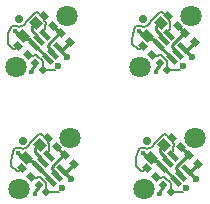
<source format=gtl>
G04*
G04 #@! TF.GenerationSoftware,Altium Limited,Altium Designer,21.8.1 (53)*
G04*
G04 Layer_Physical_Order=1*
G04 Layer_Color=255*
%FSLAX25Y25*%
%MOIN*%
G70*
G04*
G04 #@! TF.SameCoordinates,7148B44F-C07B-4FA7-92CD-32C68B6CDD5B*
G04*
G04*
G04 #@! TF.FilePolarity,Positive*
G04*
G01*
G75*
G04:AMPARAMS|DCode=12|XSize=39.37mil|YSize=15.75mil|CornerRadius=0mil|HoleSize=0mil|Usage=FLASHONLY|Rotation=135.000|XOffset=0mil|YOffset=0mil|HoleType=Round|Shape=Rectangle|*
%AMROTATEDRECTD12*
4,1,4,0.01949,-0.00835,0.00835,-0.01949,-0.01949,0.00835,-0.00835,0.01949,0.01949,-0.00835,0.0*
%
%ADD12ROTATEDRECTD12*%

G04:AMPARAMS|DCode=13|XSize=35.43mil|YSize=31.5mil|CornerRadius=0mil|HoleSize=0mil|Usage=FLASHONLY|Rotation=135.000|XOffset=0mil|YOffset=0mil|HoleType=Round|Shape=Rectangle|*
%AMROTATEDRECTD13*
4,1,4,0.02366,-0.00139,0.00139,-0.02366,-0.02366,0.00139,-0.00139,0.02366,0.02366,-0.00139,0.0*
%
%ADD13ROTATEDRECTD13*%

G04:AMPARAMS|DCode=14|XSize=23.62mil|YSize=19.68mil|CornerRadius=0mil|HoleSize=0mil|Usage=FLASHONLY|Rotation=135.000|XOffset=0mil|YOffset=0mil|HoleType=Round|Shape=Rectangle|*
%AMROTATEDRECTD14*
4,1,4,0.01531,-0.00139,0.00139,-0.01531,-0.01531,0.00139,-0.00139,0.01531,0.01531,-0.00139,0.0*
%
%ADD14ROTATEDRECTD14*%

G04:AMPARAMS|DCode=15|XSize=21.65mil|YSize=21.26mil|CornerRadius=0mil|HoleSize=0mil|Usage=FLASHONLY|Rotation=135.000|XOffset=0mil|YOffset=0mil|HoleType=Round|Shape=Rectangle|*
%AMROTATEDRECTD15*
4,1,4,0.01517,-0.00014,0.00014,-0.01517,-0.01517,0.00014,-0.00014,0.01517,0.01517,-0.00014,0.0*
%
%ADD15ROTATEDRECTD15*%

%ADD23C,0.00591*%
%ADD24C,0.01000*%
%ADD25C,0.07087*%
%ADD26C,0.02756*%
%ADD27C,0.02362*%
%ADD28C,0.01575*%
D12*
X801019Y111824D02*
D03*
X802829Y113633D02*
D03*
X804638Y115443D02*
D03*
X800078Y120003D02*
D03*
X798269Y118193D02*
D03*
X796459Y116384D02*
D03*
X802237Y71170D02*
D03*
X804047Y72979D02*
D03*
X805857Y74789D02*
D03*
X801297Y79349D02*
D03*
X799487Y77539D02*
D03*
X797678Y75730D02*
D03*
X760737Y71170D02*
D03*
X762547Y72979D02*
D03*
X764357Y74789D02*
D03*
X759796Y79349D02*
D03*
X757987Y77539D02*
D03*
X756178Y75730D02*
D03*
X754959Y116384D02*
D03*
X756769Y118193D02*
D03*
X758578Y120003D02*
D03*
X763138Y115443D02*
D03*
X761329Y113633D02*
D03*
X759519Y111824D02*
D03*
D13*
X797156Y123934D02*
D03*
X792702Y119480D02*
D03*
X798374Y83280D02*
D03*
X793920Y78826D02*
D03*
X756874Y83280D02*
D03*
X752420Y78826D02*
D03*
X751202Y119480D02*
D03*
X755656Y123934D02*
D03*
D14*
X805419Y120410D02*
D03*
X808481Y117348D02*
D03*
X802824Y123004D02*
D03*
X799762Y126067D02*
D03*
X791273Y116167D02*
D03*
X794335Y113105D02*
D03*
X792491Y75513D02*
D03*
X795553Y72451D02*
D03*
X804042Y82350D02*
D03*
X800980Y85413D02*
D03*
X806637Y79756D02*
D03*
X809699Y76693D02*
D03*
X765137Y79756D02*
D03*
X768199Y76693D02*
D03*
X762542Y82350D02*
D03*
X759480Y85413D02*
D03*
X750991Y75513D02*
D03*
X754053Y72451D02*
D03*
X758262Y126067D02*
D03*
X761324Y123004D02*
D03*
X752835Y113105D02*
D03*
X749773Y116167D02*
D03*
X766981Y117348D02*
D03*
X763919Y120410D02*
D03*
D15*
X799364Y108080D02*
D03*
X796858Y110585D02*
D03*
X800582Y67426D02*
D03*
X798076Y69931D02*
D03*
X759082Y67426D02*
D03*
X756576Y69931D02*
D03*
X755358Y110585D02*
D03*
X757864Y108080D02*
D03*
D23*
X790425Y122768D02*
G03*
X793978Y124626I968J2475D01*
G01*
X791643Y82114D02*
G03*
X795196Y83972I968J2475D01*
G01*
X750143Y82114D02*
G03*
X753696Y83972I968J2475D01*
G01*
X748925Y122768D02*
G03*
X752478Y124626I968J2475D01*
G01*
X799922Y108317D02*
X803482D01*
X799762Y126067D02*
X799901Y125927D01*
X797557Y127654D02*
X799145Y126067D01*
X799762D01*
X800169Y123317D02*
X800318Y123466D01*
X799578Y120503D02*
X799628Y120453D01*
X800169Y121789D02*
Y123317D01*
X799578Y121199D02*
X800169Y121789D01*
X800318Y123466D02*
Y124124D01*
X799901Y124541D02*
Y125927D01*
Y124541D02*
X800318Y124124D01*
X799578Y120503D02*
Y121199D01*
X789541Y115074D02*
X790179D01*
X790920Y115814D01*
X796159Y112966D02*
X796296Y113103D01*
X794474Y112966D02*
X796159D01*
X794335Y113105D02*
X794474Y112966D01*
X797259Y113103D02*
X797448Y112913D01*
X796296Y113103D02*
X797259D01*
X797448Y112913D02*
X799350Y111011D01*
Y108890D02*
Y111011D01*
Y108890D02*
X799922Y108317D01*
X787696Y118547D02*
X787886Y119992D01*
X787696Y117089D02*
Y118547D01*
Y117089D02*
X787722Y116894D01*
X789541Y115074D01*
X791099Y115994D02*
X791273Y116167D01*
X790920Y115814D02*
X791099Y115994D01*
X797006Y127654D02*
X797557D01*
X787886Y119992D02*
X788264Y121401D01*
X788360Y121633D01*
X793978Y124626D02*
X797006Y127654D01*
X788679Y122403D02*
X788724Y122512D01*
X788360Y121633D02*
X788679Y122403D01*
X788724Y122512D02*
X788980Y122768D01*
X790425D01*
X797514Y72449D02*
X798477D01*
X798666Y72259D01*
X797377Y72312D02*
X797514Y72449D01*
X795692Y72312D02*
X797377D01*
X795553Y72451D02*
X795692Y72312D01*
X801119Y83887D02*
Y85273D01*
X800363Y85413D02*
X800980D01*
X795196Y83972D02*
X798224Y87000D01*
X800980Y85413D02*
X801119Y85273D01*
X798776Y87000D02*
X800363Y85413D01*
X790198Y82114D02*
X791643D01*
X789942Y81858D02*
X790198Y82114D01*
X789482Y80747D02*
X789578Y80979D01*
X788914Y77893D02*
X789104Y79338D01*
X789897Y81749D02*
X789942Y81858D01*
X789578Y80979D02*
X789897Y81749D01*
X789104Y79338D02*
X789482Y80747D01*
X801387Y82663D02*
X801536Y82811D01*
X801387Y81135D02*
Y82663D01*
X801119Y83887D02*
X801536Y83470D01*
Y82811D02*
Y83470D01*
X788940Y76240D02*
X790759Y74420D01*
X792138Y75160D02*
X792317Y75340D01*
X792491Y75513D01*
X788914Y76435D02*
X788940Y76240D01*
X788914Y76435D02*
Y77893D01*
X791397Y74420D02*
X792138Y75160D01*
X790759Y74420D02*
X791397D01*
X800796Y79849D02*
X800846Y79799D01*
X800796Y79849D02*
Y80545D01*
X801387Y81135D01*
X798224Y87000D02*
X798776D01*
X798666Y72259D02*
X800568Y70357D01*
Y68236D02*
Y70357D01*
Y68236D02*
X801140Y67663D01*
X804700D01*
X759640D02*
X763200D01*
X759068Y68236D02*
X759640Y67663D01*
X759068Y68236D02*
Y70357D01*
X757166Y72259D02*
X759068Y70357D01*
X756724Y87000D02*
X757276D01*
X759296Y80545D02*
X759887Y81135D01*
X759296Y79849D02*
Y80545D01*
Y79849D02*
X759346Y79799D01*
X749259Y74420D02*
X749897D01*
X750638Y75160D01*
X747414Y76435D02*
Y77893D01*
Y76435D02*
X747440Y76240D01*
X750817Y75340D02*
X750991Y75513D01*
X750638Y75160D02*
X750817Y75340D01*
X747440Y76240D02*
X749259Y74420D01*
X760036Y82811D02*
Y83470D01*
X759619Y83887D02*
X760036Y83470D01*
X759887Y81135D02*
Y82663D01*
X760036Y82811D01*
X747604Y79338D02*
X747982Y80747D01*
X748078Y80979D02*
X748397Y81749D01*
X748442Y81858D01*
X747414Y77893D02*
X747604Y79338D01*
X747982Y80747D02*
X748078Y80979D01*
X748442Y81858D02*
X748698Y82114D01*
X750143D01*
X757276Y87000D02*
X758863Y85413D01*
X759480D02*
X759619Y85273D01*
X753696Y83972D02*
X756724Y87000D01*
X758863Y85413D02*
X759480D01*
X759619Y83887D02*
Y85273D01*
X754053Y72451D02*
X754192Y72312D01*
X755877D01*
X756014Y72449D01*
X756977D02*
X757166Y72259D01*
X756014Y72449D02*
X756977D01*
X747480Y122768D02*
X748925D01*
X747224Y122512D02*
X747480Y122768D01*
X746860Y121633D02*
X747179Y122403D01*
X747224Y122512D01*
X752478Y124626D02*
X755506Y127654D01*
X746764Y121401D02*
X746860Y121633D01*
X746386Y119992D02*
X746764Y121401D01*
X755506Y127654D02*
X756058D01*
X749420Y115814D02*
X749599Y115994D01*
X749773Y116167D01*
X746222Y116894D02*
X748041Y115074D01*
X746196Y117089D02*
X746222Y116894D01*
X746196Y117089D02*
Y118547D01*
X746386Y119992D01*
X757850Y108890D02*
X758422Y108317D01*
X757850Y108890D02*
Y111011D01*
X755948Y112913D02*
X757850Y111011D01*
X754796Y113103D02*
X755758D01*
X755948Y112913D01*
X752835Y113105D02*
X752974Y112966D01*
X754659D01*
X754796Y113103D01*
X748679Y115074D02*
X749420Y115814D01*
X748041Y115074D02*
X748679D01*
X758078Y120503D02*
Y121199D01*
X758401Y124541D02*
X758818Y124124D01*
X758401Y124541D02*
Y125927D01*
X758818Y123466D02*
Y124124D01*
X758078Y121199D02*
X758669Y121789D01*
Y123317D01*
X758078Y120503D02*
X758128Y120453D01*
X758669Y123317D02*
X758818Y123466D01*
X757645Y126067D02*
X758262D01*
X756058Y127654D02*
X757645Y126067D01*
X758262D02*
X758401Y125927D01*
X758422Y108317D02*
X761982D01*
D24*
X793829Y118352D02*
X794664D01*
X795670Y122771D02*
X796235Y123336D01*
X795670Y121350D02*
Y122771D01*
X797587Y119049D02*
Y119433D01*
X795670Y121350D02*
X797587Y119433D01*
X802824Y123004D02*
X804937Y120891D01*
X804918Y115164D02*
X805404Y114677D01*
X805810D02*
X808481Y117348D01*
X805404Y114677D02*
X805810D01*
X803108Y113354D02*
Y113760D01*
X804937Y120891D02*
X805279Y120549D01*
X801109Y115760D02*
X803108Y113760D01*
X801109Y116588D02*
X804931Y120410D01*
X805419D01*
X801109Y115760D02*
Y116588D01*
X804918Y115085D02*
X807577Y112425D01*
X804918Y115085D02*
Y115164D01*
X807577Y112346D02*
Y112425D01*
X796872Y109775D02*
Y110572D01*
X796858Y110585D02*
X796872Y110572D01*
X795636Y108539D02*
X796872Y109775D01*
X795636Y107565D02*
Y108539D01*
X792702Y119480D02*
X793829Y118352D01*
X789960Y121185D02*
X791666Y119480D01*
X792702D01*
X794664Y118352D02*
X801067Y111950D01*
X796854Y66911D02*
Y67885D01*
X796888Y80696D02*
X798806Y78779D01*
X795883Y77698D02*
X802285Y71295D01*
X796888Y80696D02*
Y82117D01*
X798076Y69931D02*
X798090Y69918D01*
X796888Y82117D02*
X797453Y82682D01*
X791179Y80531D02*
X792884Y78826D01*
X804042Y82350D02*
X806155Y80237D01*
X798806Y78394D02*
Y78779D01*
X793920Y78826D02*
X795047Y77698D01*
X795883D01*
X806149Y79756D02*
X806637D01*
X792884Y78826D02*
X793920D01*
X806622Y74023D02*
X807028D01*
X804326Y72700D02*
Y73106D01*
X802327Y75105D02*
X804326Y73106D01*
X802327Y75105D02*
Y75934D01*
X806135Y74431D02*
X808795Y71771D01*
X806135Y74431D02*
Y74510D01*
X808795Y71692D02*
Y71771D01*
X806135Y74510D02*
X806622Y74023D01*
X802327Y75934D02*
X806149Y79756D01*
X798090Y69121D02*
Y69918D01*
X806155Y80237D02*
X806497Y79895D01*
X796854Y67885D02*
X798090Y69121D01*
X807028Y74023D02*
X809699Y76693D01*
X765528Y74023D02*
X768199Y76693D01*
X755354Y67885D02*
X756590Y69121D01*
X764655Y80237D02*
X764997Y79895D01*
X756590Y69121D02*
Y69918D01*
X760827Y75934D02*
X764649Y79756D01*
X764636Y74510D02*
X765122Y74023D01*
X767295Y71692D02*
Y71771D01*
X764636Y74431D02*
Y74510D01*
Y74431D02*
X767295Y71771D01*
X760827Y75105D02*
Y75934D01*
Y75105D02*
X762826Y73106D01*
Y72700D02*
Y73106D01*
X765122Y74023D02*
X765528D01*
X751384Y78826D02*
X752420D01*
X764649Y79756D02*
X765137D01*
X753547Y77698D02*
X754383D01*
X752420Y78826D02*
X753547Y77698D01*
X757306Y78394D02*
Y78779D01*
X762542Y82350D02*
X764655Y80237D01*
X749679Y80531D02*
X751384Y78826D01*
X755388Y82117D02*
X755953Y82682D01*
X756576Y69931D02*
X756590Y69918D01*
X755388Y80696D02*
Y82117D01*
X754383Y77698D02*
X760785Y71295D01*
X755388Y80696D02*
X757306Y78779D01*
X755354Y66911D02*
Y67885D01*
X753164Y118352D02*
X759567Y111950D01*
X750166Y119480D02*
X751202D01*
X748460Y121185D02*
X750166Y119480D01*
X751202D02*
X752329Y118352D01*
X754136Y107565D02*
Y108539D01*
X755372Y109775D01*
X755358Y110585D02*
X755372Y110572D01*
Y109775D02*
Y110572D01*
X766077Y112346D02*
Y112425D01*
X763417Y115085D02*
Y115164D01*
Y115085D02*
X766077Y112425D01*
X759609Y115760D02*
Y116588D01*
X763431Y120410D02*
X763919D01*
X759609Y116588D02*
X763431Y120410D01*
X759609Y115760D02*
X761608Y113760D01*
X763437Y120891D02*
X763779Y120549D01*
X761608Y113354D02*
Y113760D01*
X763904Y114677D02*
X764310D01*
X766981Y117348D01*
X763417Y115164D02*
X763904Y114677D01*
X761324Y123004D02*
X763437Y120891D01*
X754170Y121350D02*
X756087Y119433D01*
Y119049D02*
Y119433D01*
X754170Y121350D02*
Y122771D01*
X754735Y123336D01*
X752329Y118352D02*
X753164D01*
D25*
X807309Y126309D02*
D03*
X790327Y109327D02*
D03*
X808527Y85655D02*
D03*
X791545Y68673D02*
D03*
X765809Y126309D02*
D03*
X748827Y109327D02*
D03*
X767027Y85655D02*
D03*
X750045Y68673D02*
D03*
D26*
X791393Y125243D02*
D03*
X792612Y84589D02*
D03*
X751112D02*
D03*
X749893Y125243D02*
D03*
D27*
X804520Y109355D02*
D03*
X807577Y112346D02*
D03*
X805738Y68701D02*
D03*
X808795Y71692D02*
D03*
X767295D02*
D03*
X764238Y68701D02*
D03*
X766077Y112346D02*
D03*
X763020Y109355D02*
D03*
D28*
X795540Y107565D02*
D03*
X789960Y121185D02*
D03*
X796759Y66911D02*
D03*
X791179Y80531D02*
D03*
X749679D02*
D03*
X755259Y66911D02*
D03*
X748460Y121185D02*
D03*
X754040Y107565D02*
D03*
M02*

</source>
